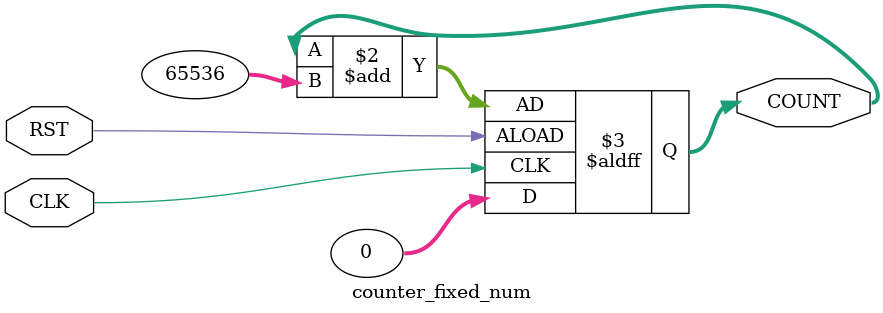
<source format=v>
`timescale 1ns / 1ps

//
//  counter_fixed_num( .CLK(), .RST(), .COUNT() );
//
module counter_fixed_num( CLK, RST, COUNT);
    parameter n = 32;
    input CLK, RST;
    output reg [n-1:0] COUNT;
    
    always@(posedge CLK, negedge RST)
        begin
            if (RST)
               COUNT <= 32'b0000000000000000_0000000000000000;
            else
               COUNT <= COUNT + 32'b0000000000000001_0000000000000000;
        
        end
    
endmodule

</source>
